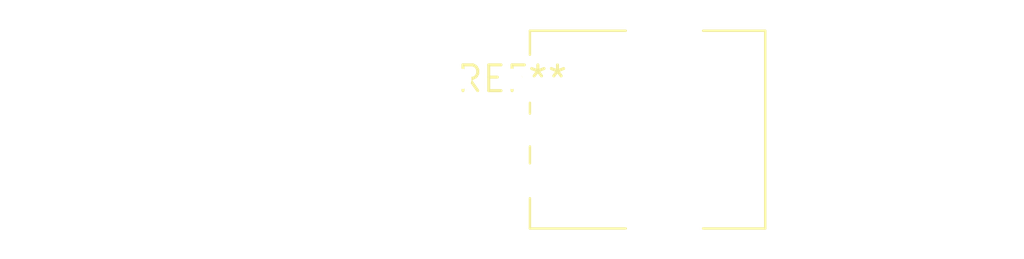
<source format=kicad_pcb>
(kicad_pcb (version 20240108) (generator pcbnew)
  (layers (0 "F.Cu" signal) (31 "B.Cu" signal) (34 "B.Paste" user) (35 "F.Paste" user) (36 "B.SilkS" user "B.Silkscreen") (37 "F.SilkS" user "F.Silkscreen") (38 "B.Mask" user) (39 "F.Mask" user) (44 "Edge.Cuts" user))
  (net 0 "")
  (footprint "Potentiometer_Alpha_RD902F-40-00D_Dual_Vertical" (layer "F.Cu") (at 0 0)
    (property "Reference" "REF**")
    (property "Value" "Potentiometer_Alpha_RD902F-40-00D_Dual_Vertical")
    (fp_line (start 0.88 -2.37) (end 5.6 -2.37) (layer "F.SilkS") (stroke (width 0.12)))
    (fp_line (start 0.88 -1.19) (end 0.88 -2.37) (layer "F.SilkS") (stroke (width 0.12)))
    (fp_line (start 0.88 1.71) (end 0.88 1.18) (layer "F.SilkS") (stroke (width 0.12)))
    (fp_line (start 0.88 4.16) (end 0.88 3.33) (layer "F.SilkS") (stroke (width 0.12)))
    (fp_line (start 0.88 7.37) (end 0.88 5.88) (layer "F.SilkS") (stroke (width 0.12)))
    (fp_line (start 0.88 7.37) (end 5.6 7.37) (layer "F.SilkS") (stroke (width 0.12)))
    (fp_line (start 9.41 -2.37) (end 12.47 -2.37) (layer "F.SilkS") (stroke (width 0.12)))
    (fp_line (start 9.41 7.37) (end 12.47 7.37) (layer "F.SilkS") (stroke (width 0.12)))
    (fp_line (start 12.47 7.37) (end 12.47 -2.37) (layer "F.SilkS") (stroke (width 0.12)))
    (pad "" thru_hole oval (at 7.5 -2.25 90) (size 2.72 3.24) (drill oval 1.1 1.8) (layers *.Cu *.Mask) (remove_unused_layers))
    (pad "" thru_hole oval (at 7.5 7.25 90) (size 2.72 3.24) (drill oval 1.1 1.8) (layers *.Cu *.Mask) (remove_unused_layers))
    (pad "1" thru_hole rect (at 0 0 90) (size 1.8 1.8) (drill 1) (layers *.Cu *.Mask) (remove_unused_layers))
    (pad "2" thru_hole circle (at 0 2.5 90) (size 1.8 1.8) (drill 1) (layers *.Cu *.Mask) (remove_unused_layers))
    (pad "3" thru_hole circle (at 0 5 90) (size 1.8 1.8) (drill 1) (layers *.Cu *.Mask) (remove_unused_layers))
    (pad "4" thru_hole circle (at -2.5 0 90) (size 1.8 1.8) (drill 1) (layers *.Cu *.Mask) (remove_unused_layers))
    (pad "5" thru_hole circle (at -2.5 2.5 90) (size 1.8 1.8) (drill 1) (layers *.Cu *.Mask) (remove_unused_layers))
    (pad "6" thru_hole circle (at -2.5 5 90) (size 1.8 1.8) (drill 1) (layers *.Cu *.Mask) (remove_unused_layers))
  )
)
</source>
